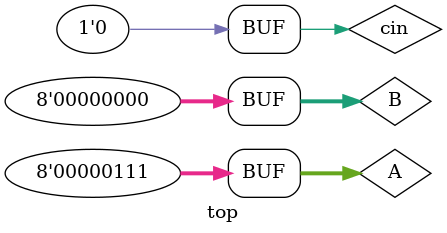
<source format=v>
module fulladd (s, cout, a, b, cin);

	input a, b, cin;
	output s, cout;

	assign s = a ^ b ^ cin;
	assign cout = (a & b) | (b & cin) | (cin & a);

endmodule

module rca8 (s, cout, a, b, cin);

	input [7:0] a, b;
	input cin;
	output [7:0] s;
	output cout;

	wire [8:0] c;

	assign c[0] = cin;
	assign cout = c[8];

	genvar i;

	generate
		for (i = 0; i < 8; i = i + 1) begin : gen_ripple_carry_add
			fulladd fa (
			.s(s[i]), .cout(c[i+1]),
			.a(a[i]), .b(b[i]), .cin(c[i])
			);
		end
	endgenerate

endmodule

module add8 (s, cout, a, b, cin);

	input [7:0] a, b;
	input cin;
	output [7:0] s;
	output cout;
	
	assign {cout, s} = a + b + cin;

endmodule

module add8_clk (out, in1, in2, CLK, RST_N);

	input CLK, RST_N;
	input [7:0] in1, in2;
	output [8:0] out;
	
	wire [7:0] in1, in2;
	reg [7:0] in1_reg, in2_reg;
	reg [8:0] out;
	
	always @(posedge CLK) begin
		if (!RST_N) begin
			in1_reg <= 0;
			in2_reg <= 0;
			out <= 0;
		end
		else begin
			in1_reg <= in1;
			in2_reg <= in2;
			out <= in1_reg + in2_reg;
		end
	end

endmodule


// Code your testbench here
// or browse Examples
module top;
  
  reg [7:0] A,B;
  reg cin;
  wire [7:0] s;
  wire cout;
  
  //instantiate
  rca8 r1(s,cout,A,B,cin);
  
  
  //
  //behavioural block
initial begin
    $dumpfile("rca8.vcd");
    $dumpvars(0,top);

        A=0; B=4; cin=0;
        #5
        A=0; B=2; cin=1;
        #5
        A=5; B=1; cin=0;
        #5
        A=0; B=4; cin=0;
        #5
        A=7; B=7; cin=0;
        #5
        A=5; B=5; cin=1;
        #5
        A=7; B=0; cin=0;


end
always @(A or B or cin) begin
  $display("the value of A=%d : B=%d  :cin =%d and the sum=%d",A,B,cin,s);
end
endmodule
  
</source>
